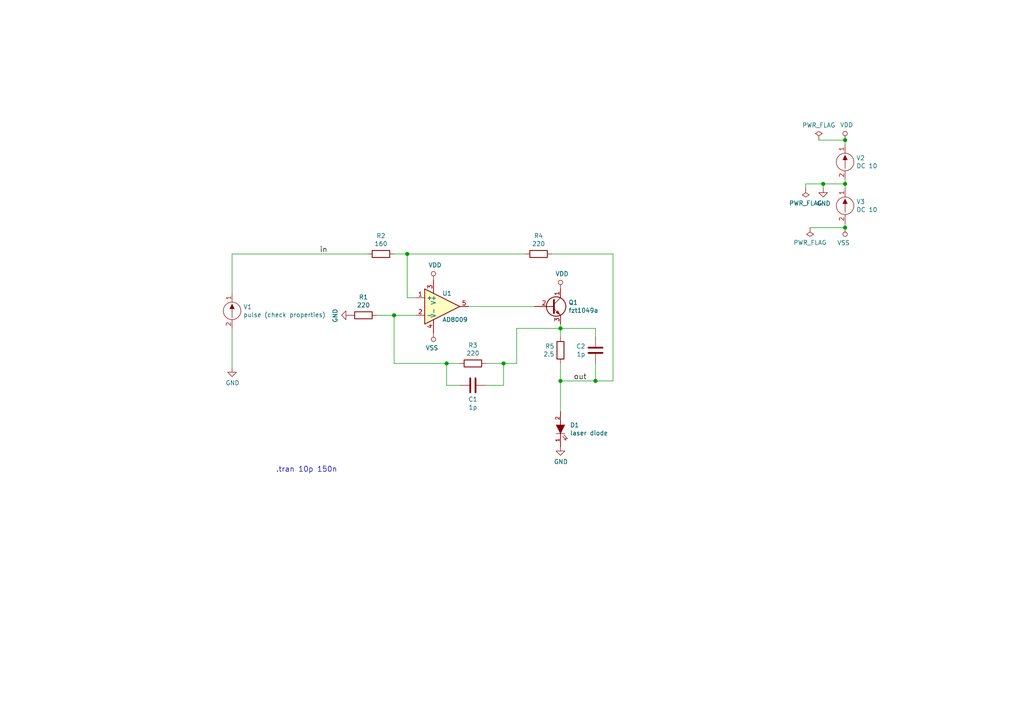
<source format=kicad_sch>
(kicad_sch (version 20210621) (generator eeschema)
  (paper "A4")
  (lib_symbols
    (symbol "laser_driver_schlib:C" (pin_numbers hide) (pin_names (offset 0.254))
      (property "Reference" "C" (at 0.635 2.54 0))
      (property "Value" "C" (at 0.635 -2.54 0))
      (symbol "C_0_1"
        (polyline (pts (xy -2.032 -0.762) (xy 2.032 -0.762)) (stroke (width 0.508)))
        (polyline (pts (xy -2.032 0.762) (xy 2.032 0.762)) (stroke (width 0.508)))
      )
      (symbol "C_1_1"
        (pin passive line (at 0 3.81 270) (length 2.794) (name "~") (number "1"))
        (pin passive line (at 0 -3.81 90) (length 2.794) (name "~") (number "2"))
      )
    )
    (symbol "laser_driver_schlib:GND" (power) (pin_names (offset 0))
      (property "Value" "GND" (at 0 -3.81 0))
      (symbol "GND_0_1"
        (polyline (pts (xy 0 0) (xy 0 -1.27) (xy 1.27 -1.27) (xy 0 -2.54) (xy -1.27 -1.27) (xy 0 -1.27)))
      )
      (symbol "GND_1_1"
        (pin power_in line (at 0 0 270) (length 0) hide (name "GND") (number "1"))
      )
    )
    (symbol "laser_driver_schlib:Generic_Opamp"
      (property "Reference" "U" (at 0 6.35 0))
      (property "Value" "Generic_Opamp" (at 0 3.81 0))
      (symbol "Generic_Opamp_0_1"
        (polyline (pts (xy -5.08 5.08) (xy 5.08 0) (xy -5.08 -5.08) (xy -5.08 5.08)) (stroke (width 0.254)) (fill (type background)))
      )
      (symbol "Generic_Opamp_1_1"
        (pin input line (at -7.62 2.54 0) (length 2.54) (name "+") (number "1"))
        (pin input line (at -7.62 -2.54 0) (length 2.54) (name "-") (number "2"))
        (pin power_in line (at -2.54 7.62 270) (length 3.81) (name "V+") (number "3"))
        (pin power_in line (at -2.54 -7.62 90) (length 3.81) (name "V-") (number "4"))
        (pin output line (at 7.62 0 180) (length 2.54) (name "~") (number "5"))
      )
    )
    (symbol "laser_driver_schlib:LED" (pin_names (offset 1.016) hide)
      (property "Reference" "D" (at 0 2.54 0))
      (property "Value" "LED" (at 0 -2.54 0))
      (symbol "LED_0_1"
        (polyline (pts (xy -1.27 1.27) (xy -1.27 -1.27)))
        (polyline (pts (xy -2.032 -0.635) (xy -3.175 -1.651) (xy -3.048 -1.016)))
        (polyline (pts (xy -1.651 -1.016) (xy -2.794 -2.032) (xy -2.667 -1.397)))
        (polyline (pts (xy 1.27 1.27) (xy -1.27 0) (xy 1.27 -1.27)) (fill (type outline)))
      )
      (symbol "LED_1_1"
        (pin passive line (at -5.08 0 0) (length 3.81) (name "K") (number "1"))
        (pin passive line (at 5.08 0 180) (length 3.81) (name "A") (number "2"))
      )
    )
    (symbol "laser_driver_schlib:Q_NPN_CBE" (pin_names (offset 0) hide)
      (property "Reference" "Q" (at 7.62 1.27 0))
      (property "Value" "Q_NPN_CBE" (at 15.24 -1.27 0))
      (symbol "Q_NPN_CBE_0_1"
        (polyline (pts (xy 0.635 0.635) (xy 2.54 2.54)))
        (polyline (pts (xy 0.635 -0.635) (xy 2.54 -2.54) (xy 2.54 -2.54)))
        (polyline (pts (xy 0.635 1.905) (xy 0.635 -1.905) (xy 0.635 -1.905)) (stroke (width 0.508)))
        (polyline (pts (xy 1.27 -1.778) (xy 1.778 -1.27) (xy 2.286 -2.286) (xy 1.27 -1.778) (xy 1.27 -1.778)) (fill (type outline)))
        (circle (center 1.27 0) (radius 2.8194) (stroke (width 0.254)) (stroke (width 0.254)))
      )
      (symbol "Q_NPN_CBE_1_1"
        (pin passive line (at 2.54 5.08 270) (length 2.54) (name "C") (number "1"))
        (pin input line (at -5.08 0 0) (length 5.715) (name "B") (number "2"))
        (pin passive line (at 2.54 -5.08 90) (length 2.54) (name "E") (number "3"))
      )
    )
    (symbol "laser_driver_schlib:R" (pin_numbers hide) (pin_names (offset 0))
      (property "Reference" "R" (at 2.032 0 90))
      (property "Value" "R" (at 0 0 90))
      (symbol "R_0_1"
        (rectangle (start -1.016 -2.54) (end 1.016 2.54) (stroke (width 0.254)))
      )
      (symbol "R_1_1"
        (pin passive line (at 0 3.81 270) (length 1.27) (name "~") (number "1"))
        (pin passive line (at 0 -3.81 90) (length 1.27) (name "~") (number "2"))
      )
    )
    (symbol "laser_driver_schlib:VDD" (power) (pin_names (offset 0))
      (property "Value" "VDD" (at 0 3.81 0))
      (symbol "VDD_0_1"
        (polyline (pts (xy 0 0) (xy 0 1.27)))
        (circle (center 0 1.905) (radius 0.635))
      )
      (symbol "VDD_1_1"
        (pin power_in line (at 0 0 90) (length 0) hide (name "VDD") (number "1"))
      )
    )
    (symbol "laser_driver_schlib:VSOURCE" (pin_names (offset 1.016))
      (property "Reference" "V" (at 5.08 5.08 0))
      (symbol "VSOURCE_0_1"
        (polyline (pts (xy 0 -1.905) (xy 0 1.905)))
        (polyline (pts (xy 0 1.905) (xy -0.635 0.635) (xy 0.635 0.635) (xy 0 1.905)) (fill (type outline)))
        (circle (center 0 0) (radius 2.54))
      )
      (symbol "VSOURCE_1_1"
        (pin input line (at 0 5.08 270) (length 2.54) (name "~") (number "1"))
        (pin input line (at 0 -5.08 90) (length 2.54) (name "~") (number "2"))
      )
    )
    (symbol "laser_driver_schlib:VSS" (power) (pin_names (offset 0))
      (property "Value" "VSS" (at 0 3.81 0))
      (symbol "VSS_0_1"
        (polyline (pts (xy 0 0) (xy 0 1.27)))
        (circle (center 0 1.905) (radius 0.635))
      )
      (symbol "VSS_1_1"
        (pin power_in line (at 0 0 90) (length 0) hide (name "VSS") (number "1"))
      )
    )
    (symbol "power:PWR_FLAG" (power) (pin_numbers hide) (pin_names (offset 0) hide)
      (property "Value" "PWR_FLAG" (at 0 3.81 0))
      (symbol "PWR_FLAG_0_0"
        (pin power_out line (at 0 0 90) (length 0) (name "pwr") (number "1"))
      )
      (symbol "PWR_FLAG_0_1"
        (polyline (pts (xy 0 0) (xy 0 1.27) (xy -1.016 1.905) (xy 0 2.54) (xy 1.016 1.905) (xy 0 1.27)))
      )
    )
  )
  (junction (at 114.3 91.44) (diameter 1.016))
  (junction (at 118.11 73.66) (diameter 1.016))
  (junction (at 129.54 105.41) (diameter 1.016))
  (junction (at 146.05 105.41) (diameter 1.016))
  (junction (at 162.56 95.25) (diameter 1.016))
  (junction (at 162.56 110.49) (diameter 1.016))
  (junction (at 172.72 110.49) (diameter 1.016))
  (junction (at 238.76 53.34) (diameter 1.016))
  (junction (at 245.11 40.64) (diameter 1.016))
  (junction (at 245.11 53.34) (diameter 1.016))
  (junction (at 245.11 66.04) (diameter 1.016))
  (wire (pts (xy 67.31 73.66) (xy 67.31 85.09)))
  (wire (pts (xy 67.31 106.68) (xy 67.31 95.25)))
  (wire (pts (xy 106.68 73.66) (xy 67.31 73.66)))
  (wire (pts (xy 109.22 91.44) (xy 114.3 91.44)))
  (wire (pts (xy 114.3 73.66) (xy 118.11 73.66)))
  (wire (pts (xy 114.3 91.44) (xy 120.65 91.44)))
  (wire (pts (xy 114.3 105.41) (xy 114.3 91.44)))
  (wire (pts (xy 114.3 105.41) (xy 129.54 105.41)))
  (wire (pts (xy 118.11 73.66) (xy 152.4 73.66)))
  (wire (pts (xy 118.11 86.36) (xy 118.11 73.66)))
  (wire (pts (xy 120.65 86.36) (xy 118.11 86.36)))
  (wire (pts (xy 129.54 105.41) (xy 129.54 111.76)))
  (wire (pts (xy 129.54 105.41) (xy 133.35 105.41)))
  (wire (pts (xy 129.54 111.76) (xy 133.35 111.76)))
  (wire (pts (xy 135.89 88.9) (xy 154.94 88.9)))
  (wire (pts (xy 140.97 105.41) (xy 146.05 105.41)))
  (wire (pts (xy 140.97 111.76) (xy 146.05 111.76)))
  (wire (pts (xy 146.05 105.41) (xy 149.86 105.41)))
  (wire (pts (xy 146.05 111.76) (xy 146.05 105.41)))
  (wire (pts (xy 149.86 95.25) (xy 162.56 95.25)))
  (wire (pts (xy 149.86 105.41) (xy 149.86 95.25)))
  (wire (pts (xy 160.02 73.66) (xy 177.8 73.66)))
  (wire (pts (xy 162.56 93.98) (xy 162.56 95.25)))
  (wire (pts (xy 162.56 95.25) (xy 162.56 97.79)))
  (wire (pts (xy 162.56 95.25) (xy 172.72 95.25)))
  (wire (pts (xy 162.56 105.41) (xy 162.56 110.49)))
  (wire (pts (xy 162.56 110.49) (xy 162.56 119.38)))
  (wire (pts (xy 162.56 110.49) (xy 172.72 110.49)))
  (wire (pts (xy 172.72 95.25) (xy 172.72 97.79)))
  (wire (pts (xy 172.72 110.49) (xy 172.72 105.41)))
  (wire (pts (xy 172.72 110.49) (xy 177.8 110.49)))
  (wire (pts (xy 177.8 73.66) (xy 177.8 110.49)))
  (wire (pts (xy 233.68 53.34) (xy 233.68 54.61)))
  (wire (pts (xy 233.68 53.34) (xy 238.76 53.34)))
  (wire (pts (xy 234.95 66.04) (xy 245.11 66.04)))
  (wire (pts (xy 237.49 40.64) (xy 245.11 40.64)))
  (wire (pts (xy 238.76 53.34) (xy 238.76 54.61)))
  (wire (pts (xy 238.76 53.34) (xy 245.11 53.34)))
  (wire (pts (xy 245.11 40.64) (xy 245.11 41.91)))
  (wire (pts (xy 245.11 52.07) (xy 245.11 53.34)))
  (wire (pts (xy 245.11 53.34) (xy 245.11 54.61)))
  (wire (pts (xy 245.11 66.04) (xy 245.11 64.77)))
  (text ".tran 10p 150n" (at 80.01 137.16 0) (effects (font (size 1.524 1.524)) (justify left bottom)))
  (label "in" (at 92.71 73.66 0) (effects (font (size 1.524 1.524))))
  (label "out" (at 166.37 110.49 0) (effects (font (size 1.524 1.524))))
  (symbol (lib_id "laser_driver_schlib:VDD") (at 125.73 81.28 0) (unit 1)
    (property "Reference" "#PWR03" (effects hide))
    (property "Value" "VDD" (at 126.1618 76.8858 0))
  )
  (symbol (lib_id "laser_driver_schlib:VSS") (at 125.73 96.52 180) (unit 1)
    (property "Reference" "#PWR04" (effects hide))
    (property "Value" "VSS" (at 125.2728 100.9142 0))
  )
  (symbol (lib_id "laser_driver_schlib:VDD") (at 162.56 83.82 0) (unit 1)
    (property "Reference" "#PWR0101" (effects hide))
    (property "Value" "VDD" (at 162.9918 79.4258 0))
  )
  (symbol (lib_id "laser_driver_schlib:VDD") (at 245.11 40.64 0) (unit 1)
    (property "Reference" "#PWR08" (effects hide))
    (property "Value" "VDD" (at 245.5418 36.2458 0))
  )
  (symbol (lib_id "laser_driver_schlib:VSS") (at 245.11 66.04 180) (unit 1)
    (property "Reference" "#PWR09" (effects hide))
    (property "Value" "VSS" (at 244.6528 70.4342 0))
  )
  (symbol (lib_id "power:PWR_FLAG") (at 233.68 54.61 180) (unit 1)
    (property "Reference" "#FLG0103" (effects hide))
    (property "Value" "PWR_FLAG" (at 233.68 58.9344 0))
  )
  (symbol (lib_id "power:PWR_FLAG") (at 234.95 66.04 180) (unit 1)
    (property "Reference" "#FLG0102" (effects hide))
    (property "Value" "PWR_FLAG" (at 234.95 70.3644 0))
  )
  (symbol (lib_id "power:PWR_FLAG") (at 237.49 40.64 0) (unit 1)
    (property "Reference" "#FLG0101" (effects hide))
    (property "Value" "PWR_FLAG" (at 237.49 36.3156 0))
  )
  (symbol (lib_id "laser_driver_schlib:GND") (at 67.31 106.68 0) (unit 1)
    (property "Reference" "#PWR01" (effects hide))
    (property "Value" "GND" (at 67.437 111.0742 0))
  )
  (symbol (lib_id "laser_driver_schlib:GND") (at 101.6 91.44 270) (unit 1)
    (property "Reference" "#PWR02" (effects hide))
    (property "Value" "GND" (at 97.2058 91.567 0))
  )
  (symbol (lib_id "laser_driver_schlib:GND") (at 162.56 129.54 0) (unit 1)
    (property "Reference" "#PWR06" (effects hide))
    (property "Value" "GND" (at 162.687 133.9342 0))
  )
  (symbol (lib_id "laser_driver_schlib:GND") (at 238.76 54.61 0) (unit 1)
    (property "Reference" "#PWR07" (effects hide))
    (property "Value" "GND" (at 238.887 59.0042 0))
  )
  (symbol (lib_id "laser_driver_schlib:R") (at 105.41 91.44 270) (unit 1)
    (property "Reference" "R1" (at 105.41 86.1822 90))
    (property "Value" "220" (at 105.41 88.4936 90))
  )
  (symbol (lib_id "laser_driver_schlib:R") (at 110.49 73.66 270) (unit 1)
    (property "Reference" "R2" (at 110.49 68.4022 90))
    (property "Value" "160" (at 110.49 70.7136 90))
  )
  (symbol (lib_id "laser_driver_schlib:R") (at 137.16 105.41 270) (unit 1)
    (property "Reference" "R3" (at 137.16 100.1522 90))
    (property "Value" "220" (at 137.16 102.4636 90))
  )
  (symbol (lib_id "laser_driver_schlib:R") (at 156.21 73.66 270) (unit 1)
    (property "Reference" "R4" (at 156.21 68.4022 90))
    (property "Value" "220" (at 156.21 70.7136 90))
  )
  (symbol (lib_id "laser_driver_schlib:R") (at 162.56 101.6 180) (unit 1)
    (property "Reference" "R5" (at 160.8074 100.4316 0) (effects (justify left)))
    (property "Value" "2.5" (at 160.8074 102.743 0) (effects (justify left)))
  )
  (symbol (lib_id "laser_driver_schlib:LED") (at 162.56 124.46 90) (unit 1)
    (property "Reference" "D1" (at 165.3032 123.2916 90) (effects (justify right)))
    (property "Value" "laser diode" (at 165.3032 125.603 90) (effects (justify right)))
    (property "Fieldname" "qtlp690c" (effects hide))
    (property "Spice_Primitive" "D" (effects hide))
    (property "Spice_Model" "laser" (effects hide))
    (property "Spice_Netlist_Enabled" "Y" (effects hide))
    (property "Spice_Lib_File" "laser.lib" (effects hide))
    (property "Spice_Node_Sequence" "2 1" (effects hide))
  )
  (symbol (lib_id "laser_driver_schlib:C") (at 137.16 111.76 90) (unit 1)
    (property "Reference" "C1" (at 137.16 115.824 90))
    (property "Value" "1p" (at 137.16 118.1354 90))
  )
  (symbol (lib_id "laser_driver_schlib:C") (at 172.72 101.6 180) (unit 1)
    (property "Reference" "C2" (at 169.799 100.4316 0) (effects (justify left)))
    (property "Value" "1p" (at 169.799 102.743 0) (effects (justify left)))
  )
  (symbol (lib_id "laser_driver_schlib:VSOURCE") (at 67.31 90.17 0) (unit 1)
    (property "Reference" "V1" (at 70.5612 89.0016 0) (effects (justify left)))
    (property "Value" "pulse (check properties)" (at 70.5612 91.313 0) (effects (justify left)))
    (property "Spice_Primitive" "V" (effects hide))
    (property "Spice_Model" "pulse(0 3 100n 1n 1n 20n 100n )" (effects hide))
  )
  (symbol (lib_id "laser_driver_schlib:VSOURCE") (at 245.11 46.99 0) (unit 1)
    (property "Reference" "V2" (at 248.3612 45.8216 0) (effects (justify left)))
    (property "Value" "DC 10" (at 248.3612 48.133 0) (effects (justify left)))
    (property "Fieldname" "Value" (effects hide))
    (property "Spice_Primitive" "V" (effects hide))
    (property "Spice_Node_Sequence" "1 2" (effects hide))
  )
  (symbol (lib_id "laser_driver_schlib:VSOURCE") (at 245.11 59.69 0) (unit 1)
    (property "Reference" "V3" (at 248.3612 58.5216 0) (effects (justify left)))
    (property "Value" "DC 10" (at 248.3612 60.833 0) (effects (justify left)))
    (property "Fieldname" "Value" (effects hide))
    (property "Spice_Primitive" "V" (effects hide))
    (property "Spice_Node_Sequence" "1 2" (effects hide))
  )
  (symbol (lib_id "laser_driver_schlib:Q_NPN_CBE") (at 160.02 88.9 0) (unit 1)
    (property "Reference" "Q1" (at 164.8714 87.7316 0) (effects (justify left)))
    (property "Value" "fzt1049a" (at 164.8714 90.043 0) (effects (justify left)))
    (property "Fieldname" "Value" (effects hide))
    (property "Spice_Primitive" "Q" (effects hide))
    (property "Spice_Model" "fzt1049a" (effects hide))
    (property "Spice_Netlist_Enabled" "Y" (effects hide))
    (property "Spice_Lib_File" "fzt1049a.lib" (effects hide))
  )
  (symbol (lib_id "laser_driver_schlib:Generic_Opamp") (at 128.27 88.9 0) (unit 1)
    (property "Reference" "U1" (at 128.27 85.09 0) (effects (justify left)))
    (property "Value" "AD8009" (at 128.27 92.71 0) (effects (justify left)))
    (property "Fieldname" "Value" (effects hide))
    (property "Spice_Primitive" "X" (effects hide))
    (property "Spice_Model" "ad8009" (effects hide))
    (property "Spice_Netlist_Enabled" "Y" (effects hide))
    (property "Spice_Lib_File" "ad8009.lib" (effects hide))
  )
)
</source>
